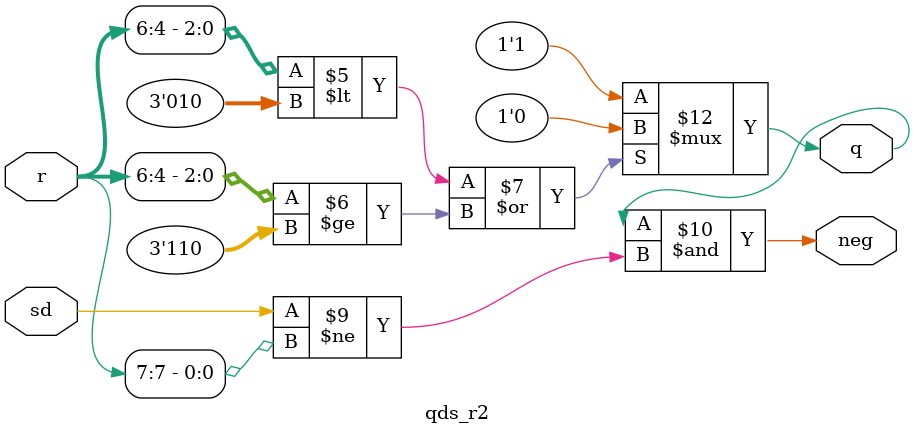
<source format=v>
module divCore_srt2(
	input			  clk,
	input			  rstn,
    input             enable,
	input 			  sign_en, // 1->signed divide
	input		[31:0] op1,	   // dividend
	input 		[31:0] op2,	   // divisor
	output reg  [31:0] rem_o,
	output reg  [31:0] quo_o,
    output reg         ready,
	output             complete
);

//------------------------ SIGNALS ------------------------//

reg  [33:0] op1_i;	// dividend
reg  [33:0] op2_i;  // divisor
wire [5:0]  op1_ld;	// leading digit
wire [5:0]  op2_ld;
reg  [5:0]  op1_s;
wire [5:0]  subs;
wire [33:0] op1_n;	// normalized
wire [33:0] op2_n;
reg  [33:0] rem_r;
wire        q;
wire        n;
wire        ops_sign;
reg  [33:0] Q_reg,Q_next;
reg  [33:0] QM_reg,QM_next;

//---------------------FSM Description---------------------//

localparam ST_IDLE = 4'b0001;
localparam ST_SAMP = 4'b0010;
localparam ST_DIV  = 4'b0100;
localparam ST_OUT  = 4'b1000;
reg  [3:0] state_next;
reg  [3:0] state_reg;
reg  [5:0] cnt;
wire [5:0] iter;

always @(*) begin
	case(state_reg)
		ST_IDLE: begin
			if(enable & ready) begin
				state_next = ST_SAMP;
			end
		end
		ST_SAMP: begin
			state_next = ST_DIV;
		end
		ST_DIV: begin
			if(cnt==iter+1) begin
				state_next = ST_OUT;
			end
		end
		ST_OUT: begin
			state_next = ST_IDLE;
		end
		default: begin
			state_next = ST_IDLE;
		end
	endcase
end

always @(posedge clk or negedge rstn) begin
	if(!rstn) begin
		state_reg <= ST_IDLE;
	end else begin
		state_reg <= state_next;
	end
end

assign complete = state_reg==ST_OUT ? 1'b1 : 1'b0;

always @(*) begin
	if(!rstn) begin
		ready <= 1'b1;
	end else begin
		if(rstn & state_next==ST_IDLE) begin
			ready <= 1'b1;
		end else begin
			ready <= 1'b0;
		end
	end
end

assign subs = op2_ld - op1_s;
assign iter = subs[5] ? 6'd0 : subs[5:0];
always @(posedge clk or negedge rstn) begin
	if(!rstn) begin
		cnt <= 6'd0;
	end else begin
		if(state_next==ST_DIV) begin
			if(cnt==iter+1) begin
				cnt <= 6'b0;
			end else begin
				cnt <= cnt + 1'b1;
			end
		end else begin
			cnt <= 6'b0;
		end
	end
end

//------------------------ PROCESS ------------------------//

always @(posedge clk or negedge rstn) begin
	if(!rstn) begin
		op1_i <= 34'b0;
		op2_i <= 34'b0;
	end else begin
		if(state_next==ST_SAMP) begin
			op1_i <= sign_en ? {op1[31],op1[31],op1}:{2'b0,op1};
			op2_i <= sign_en ? {op2[31],op2[31],op2}:{2'b0,op2};
		end
	end
end

// find leading 1s or 0s
find_ld_r2 #(34) u_find_ld_r2_1 (.op(op1_i), .pos(op1_ld));
find_ld_r2 #(34) u_find_ld_r2_2 (.op(op2_i), .pos(op2_ld));
/* always @(*) begin
	if(!rstn) begin
		op1_s <= 'd0;
	end else begin
		if(op1_ld[0]^op2_ld[0]) begin
			op1_s <= op1_ld-1;	// opt
		end else begin
			if(op1_ld>='d2) begin
				op1_s <= op1_ld-2;
			end else begin
				op1_s <= op1_ld;
			end
		end
	end
end */
always @(*) begin
	op1_s <= |op1_ld ? op1_ld-1 : op1_ld;
end
assign op1_n = op1_i << op1_s;
assign op2_n = op2_i << op2_ld;
genvar i;
generate
	qds_r2 #(34) u_qds(
		.r(rem_r),
		.sd(op2_n[33]),
		.q(q),
		.neg(n)
	);
endgenerate

// residual remainder
always @(posedge clk or negedge rstn) begin
	if(!rstn) begin
		rem_r <= 'd0;
	end else begin
		if(state_next==ST_SAMP) begin
			rem_r <= 'd0;
		end else begin
			if(state_next==ST_DIV) begin
				if(cnt=='d0) begin
					rem_r <= op1_n;
				end else begin
					case({n,q})
						2'b00: rem_r <= {rem_r[32:0],1'b0};
					    2'b01: rem_r <= {rem_r[32:0],1'b0}-op2_n;
					    2'b10: rem_r <= {rem_r[32:0],1'b0};
					    2'b11: rem_r <= {rem_r[32:0],1'b0}+op2_n;
					default: ;
					endcase
				end
			end
		end
	end
end

// on the fly conversion
assign ops_sign = sign_en&(op1[31]^op2[31]);
always @(posedge clk) begin
	if(!rstn) begin
		Q_reg   <= 'b0;
		QM_reg  <= 'b0;
	end else begin
		if(state_next==ST_SAMP) begin
			Q_reg  <= {34{ops_sign}};
			QM_reg <= {34{ops_sign}};
		end
		else begin
			Q_reg  <= Q_next;
			QM_reg <= QM_next;
		end
	end
end

always @(*) begin
	if(!rstn) begin
		Q_next  <= 'b0;
		QM_next <= 'b0;
	end else begin
		if(state_next==ST_SAMP) begin
			Q_next <= {34{ops_sign}};
			QM_next<= {34{ops_sign}};
		end
		else if(state_reg==ST_DIV) begin
			if(!n) begin	
				Q_next  <= {Q_reg[32:0],q};
			end else begin
				Q_next  <= {QM_reg[32:0],q};
			end
			if(!n & q) begin	
				QM_next <= {Q_reg[32:0],~q};
			end else begin
				QM_next <= {QM_reg[32:0],~q};
			end
		end
	end
end

// post proccessing
always @(posedge clk or negedge rstn) begin
	if(!rstn) begin
		rem_o	<=	32'd0;
		quo_o   <=  32'd0;
	end else begin
        if(state_next==ST_OUT) begin
			if (op1_i[33]) begin   //if dividend is negative   rem is negative
				if (rem_r[33]) begin
					if (|iter) begin
						if (op2_n == rem_r) begin
							rem_o <= 32'b0;
							quo_o <= Q_reg+1;
						end else if (op2_n == (-rem_r)) begin
							rem_o <= 32'b0;
							quo_o <= Q_reg-1;
						end else begin
							rem_o <= $signed(rem_r) >>> op2_ld;
							quo_o <= Q_reg;
						end
					end else begin
						rem_o <= $signed(rem_r) >>> op1_s;
						quo_o <= 32'b0;
					end
				end else begin
					if (op2_i[33]) begin
						rem_o <= $signed(rem_r+op2_n) >>> op2_ld;
						quo_o <= Q_reg-1;								
					end else begin
						rem_o <= $signed(rem_r-op2_n) >>> op2_ld;
						quo_o <= Q_reg+1;						
					end
				end
			end else begin
				if (rem_r[33]) begin
					if (op2_i[33]) begin
						rem_o <= $signed(rem_r-op2_n) >>> op2_ld;
						quo_o <= Q_reg+1;								
					end else begin
						rem_o <= $signed(rem_r+op2_n) >>> op2_ld;
						quo_o <= Q_reg-1;						
					end	
				end else begin
					if (|iter) begin
						rem_o <= $signed(rem_r) >>> op2_ld;
						quo_o <= Q_reg;
					end else begin
						rem_o <= $signed(rem_r) >>> op1_s;
						quo_o <= 32'b0;
					end
				end
			end
        end   
	end
end


endmodule


//------------------------ SUBROUTINE ------------------------//

// find leading 1s or 0s
module find_ld_r2 #(parameter WID=8)(op, pos);
input      [WID-1:0] op;
output reg [$clog2(WID)-1:0] pos;
reg  [WID-1:0] op_t;
wire [WID-1:0] pos_oh;	// onehot
integer i;
always @(*) begin
	for(i=0; i<WID; i=i+1) begin
		if(op[WID-1]==1'b0) begin
			op_t[i] <= op[WID-1-i];
		end else begin
			op_t[i] <= ~op[WID-1-i];
		end
	end
end
assign pos_oh = op_t & (~op_t+1);	// ripple carry
integer j;
always @(*) begin
	for(j=0; j<WID; j=j+1) begin
		if(pos_oh[j]==1) begin
			pos <= j-1;
		end
	end
end
// clog2 function
function  integer clog2;
    input integer depth;
    begin
        depth = depth-1;
        for(clog2=0; depth>0; clog2=clog2+1) begin
            depth = depth >> 1;
        end
    end
endfunction
endmodule

// quotien digit selection table
module qds_r2 #(parameter WID=8)(r, sd, q, neg);
input  [WID-1:0] r;
input  sd;				// sign of divisor
output reg q;
output     neg;
always @(*) begin
	if((r[WID-2:WID-4] < 3'b010) | (r[WID-2:WID-4] >= 3'b110)) begin
		q <= 1'b0;
	end else begin
		q <= 1'b1;
	end
end
assign neg = (q==1'b1) & (sd!=r[WID-1]);
endmodule
</source>
